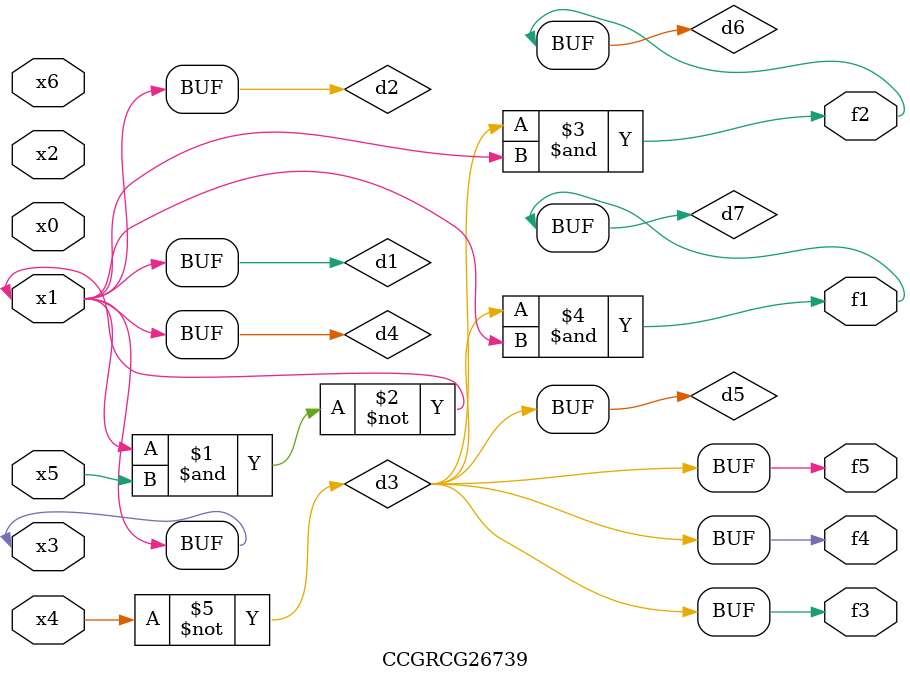
<source format=v>
module CCGRCG26739(
	input x0, x1, x2, x3, x4, x5, x6,
	output f1, f2, f3, f4, f5
);

	wire d1, d2, d3, d4, d5, d6, d7;

	buf (d1, x1, x3);
	nand (d2, x1, x5);
	not (d3, x4);
	buf (d4, d1, d2);
	buf (d5, d3);
	and (d6, d3, d4);
	and (d7, d3, d4);
	assign f1 = d7;
	assign f2 = d6;
	assign f3 = d5;
	assign f4 = d5;
	assign f5 = d5;
endmodule

</source>
